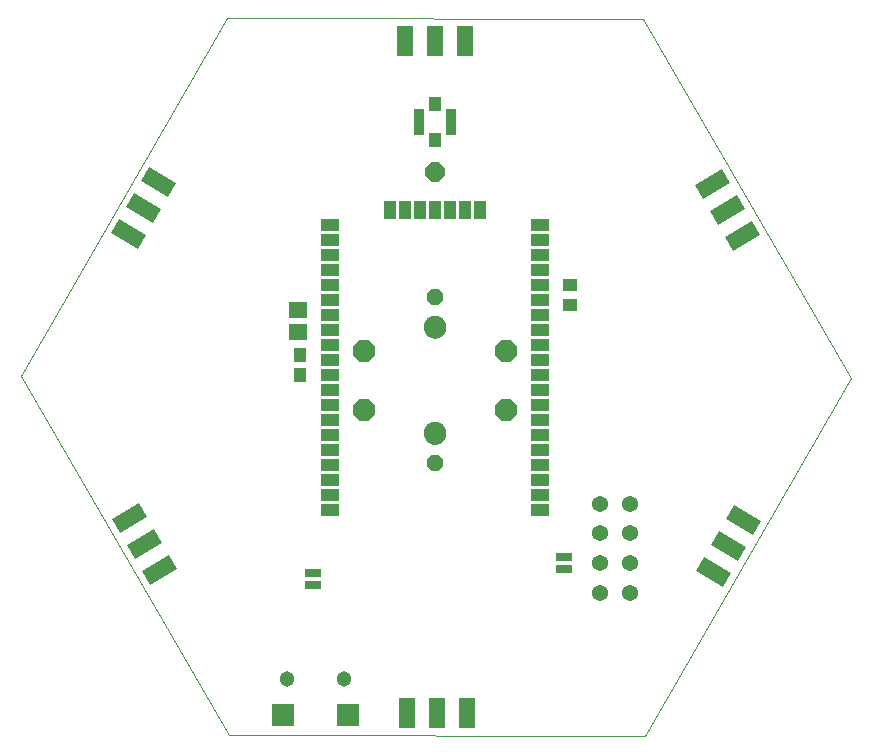
<source format=gbs>
G75*
%MOIN*%
%OFA0B0*%
%FSLAX25Y25*%
%IPPOS*%
%LPD*%
%AMOC8*
5,1,8,0,0,1.08239X$1,22.5*
%
%ADD10C,0.00000*%
%ADD11R,0.06306X0.05518*%
%ADD12R,0.04337X0.04731*%
%ADD13OC8,0.06400*%
%ADD14R,0.05400X0.10400*%
%ADD15R,0.10400X0.05400*%
%ADD16R,0.04731X0.04337*%
%ADD17R,0.05400X0.02900*%
%ADD18C,0.05400*%
%ADD19R,0.06400X0.04400*%
%ADD20R,0.04400X0.06400*%
%ADD21R,0.07400X0.07400*%
%ADD22C,0.05124*%
%ADD23R,0.03746X0.09061*%
%ADD24R,0.04337X0.04534*%
%ADD25OC8,0.07487*%
%ADD26OC8,0.05550*%
%ADD27C,0.07487*%
D10*
X0156177Y0131750D02*
X0294617Y0131378D01*
X0363514Y0250712D01*
X0293972Y0370419D01*
X0155532Y0370791D01*
X0086634Y0251457D01*
X0156177Y0131750D01*
X0221063Y0232287D02*
X0221065Y0232405D01*
X0221071Y0232524D01*
X0221081Y0232642D01*
X0221095Y0232759D01*
X0221112Y0232876D01*
X0221134Y0232993D01*
X0221160Y0233108D01*
X0221189Y0233223D01*
X0221222Y0233337D01*
X0221259Y0233449D01*
X0221300Y0233560D01*
X0221344Y0233670D01*
X0221392Y0233778D01*
X0221444Y0233885D01*
X0221499Y0233990D01*
X0221558Y0234093D01*
X0221620Y0234193D01*
X0221685Y0234292D01*
X0221754Y0234389D01*
X0221825Y0234483D01*
X0221900Y0234574D01*
X0221978Y0234664D01*
X0222059Y0234750D01*
X0222143Y0234834D01*
X0222229Y0234915D01*
X0222319Y0234993D01*
X0222410Y0235068D01*
X0222504Y0235139D01*
X0222601Y0235208D01*
X0222700Y0235273D01*
X0222800Y0235335D01*
X0222903Y0235394D01*
X0223008Y0235449D01*
X0223115Y0235501D01*
X0223223Y0235549D01*
X0223333Y0235593D01*
X0223444Y0235634D01*
X0223556Y0235671D01*
X0223670Y0235704D01*
X0223785Y0235733D01*
X0223900Y0235759D01*
X0224017Y0235781D01*
X0224134Y0235798D01*
X0224251Y0235812D01*
X0224369Y0235822D01*
X0224488Y0235828D01*
X0224606Y0235830D01*
X0224724Y0235828D01*
X0224843Y0235822D01*
X0224961Y0235812D01*
X0225078Y0235798D01*
X0225195Y0235781D01*
X0225312Y0235759D01*
X0225427Y0235733D01*
X0225542Y0235704D01*
X0225656Y0235671D01*
X0225768Y0235634D01*
X0225879Y0235593D01*
X0225989Y0235549D01*
X0226097Y0235501D01*
X0226204Y0235449D01*
X0226309Y0235394D01*
X0226412Y0235335D01*
X0226512Y0235273D01*
X0226611Y0235208D01*
X0226708Y0235139D01*
X0226802Y0235068D01*
X0226893Y0234993D01*
X0226983Y0234915D01*
X0227069Y0234834D01*
X0227153Y0234750D01*
X0227234Y0234664D01*
X0227312Y0234574D01*
X0227387Y0234483D01*
X0227458Y0234389D01*
X0227527Y0234292D01*
X0227592Y0234193D01*
X0227654Y0234093D01*
X0227713Y0233990D01*
X0227768Y0233885D01*
X0227820Y0233778D01*
X0227868Y0233670D01*
X0227912Y0233560D01*
X0227953Y0233449D01*
X0227990Y0233337D01*
X0228023Y0233223D01*
X0228052Y0233108D01*
X0228078Y0232993D01*
X0228100Y0232876D01*
X0228117Y0232759D01*
X0228131Y0232642D01*
X0228141Y0232524D01*
X0228147Y0232405D01*
X0228149Y0232287D01*
X0228147Y0232169D01*
X0228141Y0232050D01*
X0228131Y0231932D01*
X0228117Y0231815D01*
X0228100Y0231698D01*
X0228078Y0231581D01*
X0228052Y0231466D01*
X0228023Y0231351D01*
X0227990Y0231237D01*
X0227953Y0231125D01*
X0227912Y0231014D01*
X0227868Y0230904D01*
X0227820Y0230796D01*
X0227768Y0230689D01*
X0227713Y0230584D01*
X0227654Y0230481D01*
X0227592Y0230381D01*
X0227527Y0230282D01*
X0227458Y0230185D01*
X0227387Y0230091D01*
X0227312Y0230000D01*
X0227234Y0229910D01*
X0227153Y0229824D01*
X0227069Y0229740D01*
X0226983Y0229659D01*
X0226893Y0229581D01*
X0226802Y0229506D01*
X0226708Y0229435D01*
X0226611Y0229366D01*
X0226512Y0229301D01*
X0226412Y0229239D01*
X0226309Y0229180D01*
X0226204Y0229125D01*
X0226097Y0229073D01*
X0225989Y0229025D01*
X0225879Y0228981D01*
X0225768Y0228940D01*
X0225656Y0228903D01*
X0225542Y0228870D01*
X0225427Y0228841D01*
X0225312Y0228815D01*
X0225195Y0228793D01*
X0225078Y0228776D01*
X0224961Y0228762D01*
X0224843Y0228752D01*
X0224724Y0228746D01*
X0224606Y0228744D01*
X0224488Y0228746D01*
X0224369Y0228752D01*
X0224251Y0228762D01*
X0224134Y0228776D01*
X0224017Y0228793D01*
X0223900Y0228815D01*
X0223785Y0228841D01*
X0223670Y0228870D01*
X0223556Y0228903D01*
X0223444Y0228940D01*
X0223333Y0228981D01*
X0223223Y0229025D01*
X0223115Y0229073D01*
X0223008Y0229125D01*
X0222903Y0229180D01*
X0222800Y0229239D01*
X0222700Y0229301D01*
X0222601Y0229366D01*
X0222504Y0229435D01*
X0222410Y0229506D01*
X0222319Y0229581D01*
X0222229Y0229659D01*
X0222143Y0229740D01*
X0222059Y0229824D01*
X0221978Y0229910D01*
X0221900Y0230000D01*
X0221825Y0230091D01*
X0221754Y0230185D01*
X0221685Y0230282D01*
X0221620Y0230381D01*
X0221558Y0230481D01*
X0221499Y0230584D01*
X0221444Y0230689D01*
X0221392Y0230796D01*
X0221344Y0230904D01*
X0221300Y0231014D01*
X0221259Y0231125D01*
X0221222Y0231237D01*
X0221189Y0231351D01*
X0221160Y0231466D01*
X0221134Y0231581D01*
X0221112Y0231698D01*
X0221095Y0231815D01*
X0221081Y0231932D01*
X0221071Y0232050D01*
X0221065Y0232169D01*
X0221063Y0232287D01*
X0221063Y0267720D02*
X0221065Y0267838D01*
X0221071Y0267957D01*
X0221081Y0268075D01*
X0221095Y0268192D01*
X0221112Y0268309D01*
X0221134Y0268426D01*
X0221160Y0268541D01*
X0221189Y0268656D01*
X0221222Y0268770D01*
X0221259Y0268882D01*
X0221300Y0268993D01*
X0221344Y0269103D01*
X0221392Y0269211D01*
X0221444Y0269318D01*
X0221499Y0269423D01*
X0221558Y0269526D01*
X0221620Y0269626D01*
X0221685Y0269725D01*
X0221754Y0269822D01*
X0221825Y0269916D01*
X0221900Y0270007D01*
X0221978Y0270097D01*
X0222059Y0270183D01*
X0222143Y0270267D01*
X0222229Y0270348D01*
X0222319Y0270426D01*
X0222410Y0270501D01*
X0222504Y0270572D01*
X0222601Y0270641D01*
X0222700Y0270706D01*
X0222800Y0270768D01*
X0222903Y0270827D01*
X0223008Y0270882D01*
X0223115Y0270934D01*
X0223223Y0270982D01*
X0223333Y0271026D01*
X0223444Y0271067D01*
X0223556Y0271104D01*
X0223670Y0271137D01*
X0223785Y0271166D01*
X0223900Y0271192D01*
X0224017Y0271214D01*
X0224134Y0271231D01*
X0224251Y0271245D01*
X0224369Y0271255D01*
X0224488Y0271261D01*
X0224606Y0271263D01*
X0224724Y0271261D01*
X0224843Y0271255D01*
X0224961Y0271245D01*
X0225078Y0271231D01*
X0225195Y0271214D01*
X0225312Y0271192D01*
X0225427Y0271166D01*
X0225542Y0271137D01*
X0225656Y0271104D01*
X0225768Y0271067D01*
X0225879Y0271026D01*
X0225989Y0270982D01*
X0226097Y0270934D01*
X0226204Y0270882D01*
X0226309Y0270827D01*
X0226412Y0270768D01*
X0226512Y0270706D01*
X0226611Y0270641D01*
X0226708Y0270572D01*
X0226802Y0270501D01*
X0226893Y0270426D01*
X0226983Y0270348D01*
X0227069Y0270267D01*
X0227153Y0270183D01*
X0227234Y0270097D01*
X0227312Y0270007D01*
X0227387Y0269916D01*
X0227458Y0269822D01*
X0227527Y0269725D01*
X0227592Y0269626D01*
X0227654Y0269526D01*
X0227713Y0269423D01*
X0227768Y0269318D01*
X0227820Y0269211D01*
X0227868Y0269103D01*
X0227912Y0268993D01*
X0227953Y0268882D01*
X0227990Y0268770D01*
X0228023Y0268656D01*
X0228052Y0268541D01*
X0228078Y0268426D01*
X0228100Y0268309D01*
X0228117Y0268192D01*
X0228131Y0268075D01*
X0228141Y0267957D01*
X0228147Y0267838D01*
X0228149Y0267720D01*
X0228147Y0267602D01*
X0228141Y0267483D01*
X0228131Y0267365D01*
X0228117Y0267248D01*
X0228100Y0267131D01*
X0228078Y0267014D01*
X0228052Y0266899D01*
X0228023Y0266784D01*
X0227990Y0266670D01*
X0227953Y0266558D01*
X0227912Y0266447D01*
X0227868Y0266337D01*
X0227820Y0266229D01*
X0227768Y0266122D01*
X0227713Y0266017D01*
X0227654Y0265914D01*
X0227592Y0265814D01*
X0227527Y0265715D01*
X0227458Y0265618D01*
X0227387Y0265524D01*
X0227312Y0265433D01*
X0227234Y0265343D01*
X0227153Y0265257D01*
X0227069Y0265173D01*
X0226983Y0265092D01*
X0226893Y0265014D01*
X0226802Y0264939D01*
X0226708Y0264868D01*
X0226611Y0264799D01*
X0226512Y0264734D01*
X0226412Y0264672D01*
X0226309Y0264613D01*
X0226204Y0264558D01*
X0226097Y0264506D01*
X0225989Y0264458D01*
X0225879Y0264414D01*
X0225768Y0264373D01*
X0225656Y0264336D01*
X0225542Y0264303D01*
X0225427Y0264274D01*
X0225312Y0264248D01*
X0225195Y0264226D01*
X0225078Y0264209D01*
X0224961Y0264195D01*
X0224843Y0264185D01*
X0224724Y0264179D01*
X0224606Y0264177D01*
X0224488Y0264179D01*
X0224369Y0264185D01*
X0224251Y0264195D01*
X0224134Y0264209D01*
X0224017Y0264226D01*
X0223900Y0264248D01*
X0223785Y0264274D01*
X0223670Y0264303D01*
X0223556Y0264336D01*
X0223444Y0264373D01*
X0223333Y0264414D01*
X0223223Y0264458D01*
X0223115Y0264506D01*
X0223008Y0264558D01*
X0222903Y0264613D01*
X0222800Y0264672D01*
X0222700Y0264734D01*
X0222601Y0264799D01*
X0222504Y0264868D01*
X0222410Y0264939D01*
X0222319Y0265014D01*
X0222229Y0265092D01*
X0222143Y0265173D01*
X0222059Y0265257D01*
X0221978Y0265343D01*
X0221900Y0265433D01*
X0221825Y0265524D01*
X0221754Y0265618D01*
X0221685Y0265715D01*
X0221620Y0265814D01*
X0221558Y0265914D01*
X0221499Y0266017D01*
X0221444Y0266122D01*
X0221392Y0266229D01*
X0221344Y0266337D01*
X0221300Y0266447D01*
X0221259Y0266558D01*
X0221222Y0266670D01*
X0221189Y0266784D01*
X0221160Y0266899D01*
X0221134Y0267014D01*
X0221112Y0267131D01*
X0221095Y0267248D01*
X0221081Y0267365D01*
X0221071Y0267483D01*
X0221065Y0267602D01*
X0221063Y0267720D01*
D11*
X0179174Y0265922D03*
X0179174Y0273402D03*
D12*
X0179875Y0258260D03*
X0179875Y0251567D03*
D13*
X0224625Y0319362D03*
D14*
X0224752Y0363105D03*
X0234752Y0363105D03*
X0214752Y0363105D03*
X0215397Y0139064D03*
X0225397Y0139064D03*
X0235397Y0139064D03*
D15*
G36*
X0314417Y0191073D02*
X0323423Y0185874D01*
X0320723Y0181197D01*
X0311717Y0186396D01*
X0314417Y0191073D01*
G37*
G36*
X0319417Y0199733D02*
X0328423Y0194534D01*
X0325723Y0189857D01*
X0316717Y0195056D01*
X0319417Y0199733D01*
G37*
G36*
X0324417Y0208393D02*
X0333423Y0203194D01*
X0330723Y0198517D01*
X0321717Y0203716D01*
X0324417Y0208393D01*
G37*
G36*
X0321440Y0297831D02*
X0330446Y0303030D01*
X0333146Y0298353D01*
X0324140Y0293154D01*
X0321440Y0297831D01*
G37*
G36*
X0316440Y0306491D02*
X0325446Y0311690D01*
X0328146Y0307013D01*
X0319140Y0301814D01*
X0316440Y0306491D01*
G37*
G36*
X0311440Y0315151D02*
X0320446Y0320350D01*
X0323146Y0315673D01*
X0314140Y0310474D01*
X0311440Y0315151D01*
G37*
G36*
X0135731Y0311096D02*
X0126725Y0316295D01*
X0129425Y0320972D01*
X0138431Y0315773D01*
X0135731Y0311096D01*
G37*
G36*
X0130731Y0302436D02*
X0121725Y0307635D01*
X0124425Y0312312D01*
X0133431Y0307113D01*
X0130731Y0302436D01*
G37*
G36*
X0125731Y0293776D02*
X0116725Y0298975D01*
X0119425Y0303652D01*
X0128431Y0298453D01*
X0125731Y0293776D01*
G37*
G36*
X0128754Y0204275D02*
X0119748Y0199076D01*
X0117048Y0203753D01*
X0126054Y0208952D01*
X0128754Y0204275D01*
G37*
G36*
X0133754Y0195615D02*
X0124748Y0190416D01*
X0122048Y0195093D01*
X0131054Y0200292D01*
X0133754Y0195615D01*
G37*
G36*
X0138754Y0186954D02*
X0129748Y0181755D01*
X0127048Y0186432D01*
X0136054Y0191631D01*
X0138754Y0186954D01*
G37*
D16*
X0269875Y0275067D03*
X0269875Y0281760D03*
D17*
X0267791Y0190978D03*
X0267791Y0186978D03*
X0184124Y0185562D03*
X0184124Y0181562D03*
D18*
X0279725Y0178962D03*
X0279725Y0188962D03*
X0279725Y0198962D03*
X0279700Y0208887D03*
X0289700Y0208887D03*
X0289725Y0198962D03*
X0289725Y0188962D03*
X0289725Y0178962D03*
D19*
X0259687Y0206719D03*
X0259687Y0211719D03*
X0259687Y0216719D03*
X0259687Y0221719D03*
X0259687Y0226719D03*
X0259687Y0231719D03*
X0259687Y0236719D03*
X0259687Y0241719D03*
X0259687Y0246719D03*
X0259687Y0251719D03*
X0259687Y0256719D03*
X0259687Y0261719D03*
X0259687Y0266719D03*
X0259687Y0271719D03*
X0259687Y0276719D03*
X0259687Y0281719D03*
X0259687Y0286719D03*
X0259687Y0291719D03*
X0259687Y0296719D03*
X0259687Y0301719D03*
X0189687Y0301719D03*
X0189687Y0296719D03*
X0189687Y0291719D03*
X0189687Y0286719D03*
X0189687Y0281719D03*
X0189687Y0276719D03*
X0189687Y0271719D03*
X0189687Y0266719D03*
X0189687Y0261719D03*
X0189687Y0256719D03*
X0189687Y0251719D03*
X0189687Y0246719D03*
X0189687Y0241719D03*
X0189687Y0236719D03*
X0189687Y0231719D03*
X0189687Y0226719D03*
X0189687Y0221719D03*
X0189687Y0216719D03*
X0189687Y0211719D03*
X0189687Y0206719D03*
D20*
X0209687Y0306719D03*
X0214687Y0306719D03*
X0219687Y0306719D03*
X0224687Y0306719D03*
X0229687Y0306719D03*
X0234687Y0306719D03*
X0239687Y0306719D03*
D21*
X0195658Y0138402D03*
X0174201Y0138402D03*
D22*
X0175382Y0150331D03*
X0194477Y0150331D03*
D23*
X0219218Y0335913D03*
X0230045Y0335913D03*
D24*
X0224631Y0329909D03*
X0224631Y0341917D03*
D25*
X0248228Y0259846D03*
X0248228Y0240161D03*
X0200984Y0240161D03*
X0200984Y0259846D03*
D26*
X0224606Y0277563D03*
X0224606Y0222445D03*
D27*
X0224606Y0232287D03*
X0224606Y0267720D03*
M02*

</source>
